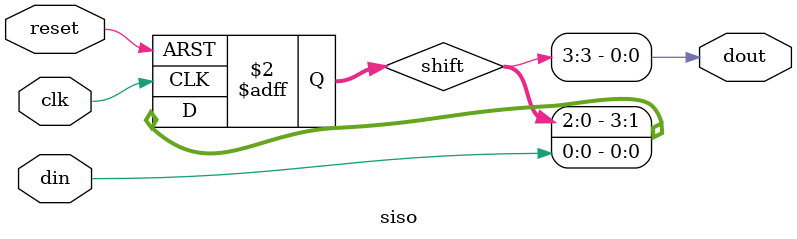
<source format=v>
module siso (
    input clk,
    input reset,
    input din,
    output dout
);

    reg [3:0] shift;

    assign dout = shift[3];

    always @(posedge clk or posedge reset) begin
        if (reset)
            shift <= 4'b0000;
        else
            shift <= {shift[2:0], din};
    end

endmodule


</source>
